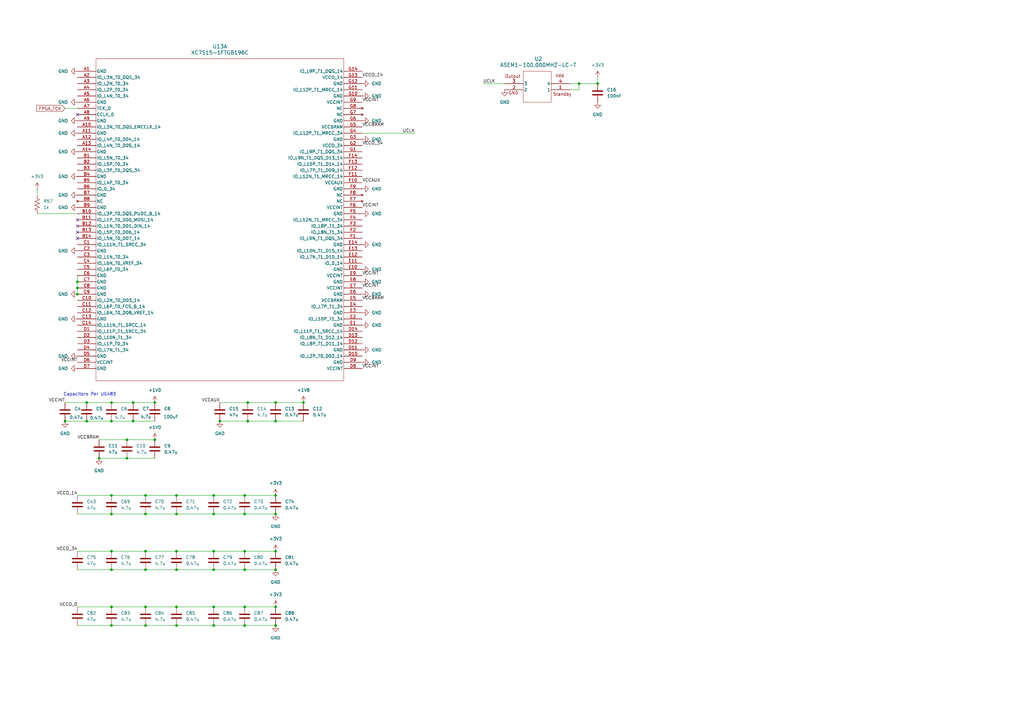
<source format=kicad_sch>
(kicad_sch (version 20250114) (generator "eeschema") (generator_version "9.0")
  (paper "A3")
  (lib_symbols
    (symbol "Device:C" (pin_numbers (hide yes)) (pin_names (offset 0.254))
      (property "Reference" "C" (at 0.635 2.54 0))
      (property "Value" "C" (at 0.635 -2.54 0))
      (symbol "C_0_1"
        (polyline (pts (xy -2.032 0.762) (xy 2.032 0.762)) (stroke (width 0.508)))
        (polyline (pts (xy -2.032 -0.762) (xy 2.032 -0.762)) (stroke (width 0.508)))
      )
      (symbol "C_1_1"
        (pin passive line (at 0 3.81 270) (length 2.794) (name "~") (number "1"))
        (pin passive line (at 0 -3.81 90) (length 2.794) (name "~") (number "2"))
      )
    )
    (symbol "Device:R_US" (pin_numbers (hide yes)) (pin_names (offset 0))
      (property "Reference" "R" (at 2.54 0 90))
      (property "Value" "R_US" (at -2.54 0 90))
      (symbol "R_US_0_1"
        (polyline (pts (xy 0 2.286) (xy 0 2.54)))
        (polyline (pts (xy 0 2.286) (xy 1.016 1.905) (xy 0 1.524) (xy -1.016 1.143) (xy 0 0.762)))
        (polyline (pts (xy 0 0.762) (xy 1.016 0.381) (xy 0 0) (xy -1.016 -0.381) (xy 0 -0.762)))
        (polyline (pts (xy 0 -0.762) (xy 1.016 -1.143) (xy 0 -1.524) (xy -1.016 -1.905) (xy 0 -2.286)))
        (polyline (pts (xy 0 -2.286) (xy 0 -2.54)))
      )
      (symbol "R_US_1_1"
        (pin passive line (at 0 3.81 270) (length 1.27) (name "~") (number "1"))
        (pin passive line (at 0 -3.81 90) (length 1.27) (name "~") (number "2"))
      )
    )
    (symbol "FPGA&MCU:ASEM1-100.000MHZ-LC-T" (pin_names (offset 0.254))
      (property "Reference" "U" (at 13.716 9.398 0))
      (property "Value" "ASEM1-100.000MHZ-LC-T" (at 13.716 6.858 0))
      (symbol "ASEM1-100.000MHZ-LC-T_0_1"
        (polyline (pts (xy 7.62 5.08) (xy 7.62 -7.62)) (stroke (width 0.127)))
        (polyline (pts (xy 7.62 -7.62) (xy 19.05 -7.62)) (stroke (width 0.127)))
        (polyline (pts (xy 19.05 5.08) (xy 7.62 5.08)) (stroke (width 0.127)))
        (polyline (pts (xy 19.05 -7.62) (xy 19.05 5.08)) (stroke (width 0.127)))
        (pin unspecified line (at 0 0 0) (length 7.62) (name "3") (number "3"))
        (pin unspecified line (at 0 -2.54 0) (length 7.62) (name "2") (number "2"))
        (pin unspecified line (at 26.67 0 180) (length 7.62) (name "4") (number "4"))
        (pin unspecified line (at 26.67 -2.54 180) (length 7.62) (name "1") (number "1"))
      )
      (symbol "ASEM1-100.000MHZ-LC-T_1_1"
        (text "Output" (at 3.302 3.048 0) (effects (font (size 1.27 1.27))))
        (text "GND\n" (at 3.556 -3.81 0) (effects (font (size 1.27 1.27))))
        (text "Vdd\n" (at 22.606 3.302 0) (effects (font (size 1.27 1.27))))
        (text "Standby\n" (at 23.622 -4.318 0) (effects (font (size 1.27 1.27))))
      )
    )
    (symbol "FPGA&MCU:XC7S15-1FTGB196C" (pin_names (offset 0.254))
      (property "Reference" "U" (at 58.42 10.16 0))
      (property "Value" "XC7S15-1FTGB196C" (at 58.42 7.62 0))
      (symbol "XC7S15-1FTGB196C_1_1"
        (polyline (pts (xy 7.62 5.08) (xy 7.62 -127)) (stroke (width 0.127)))
        (polyline (pts (xy 7.62 -127) (xy 109.22 -127)) (stroke (width 0.127)))
        (polyline (pts (xy 109.22 5.08) (xy 7.62 5.08)) (stroke (width 0.127)))
        (polyline (pts (xy 109.22 -127) (xy 109.22 5.08)) (stroke (width 0.127)))
        (pin power_out line (at 0 0 0) (length 7.62) (name "GND") (number "A1"))
        (pin bidirectional line (at 0 -2.54 0) (length 7.62) (name "IO_L3N_T0_DQS_34") (number "A2"))
        (pin bidirectional line (at 0 -5.08 0) (length 7.62) (name "IO_L2N_T0_34") (number "A3"))
        (pin bidirectional line (at 0 -7.62 0) (length 7.62) (name "IO_L2P_T0_34") (number "A4"))
        (pin bidirectional line (at 0 -10.16 0) (length 7.62) (name "IO_L4N_T0_34") (number "A5"))
        (pin power_out line (at 0 -12.7 0) (length 7.62) (name "GND") (number "A6"))
        (pin input line (at 0 -15.24 0) (length 7.62) (name "TCK_0") (number "A7"))
        (pin bidirectional line (at 0 -17.78 0) (length 7.62) (name "CCLK_0") (number "A8"))
        (pin power_out line (at 0 -20.32 0) (length 7.62) (name "GND") (number "A9"))
        (pin bidirectional line (at 0 -22.86 0) (length 7.62) (name "IO_L3N_T0_DQS_EMCCLK_14") (number "A10"))
        (pin power_out line (at 0 -25.4 0) (length 7.62) (name "GND") (number "A11"))
        (pin bidirectional line (at 0 -27.94 0) (length 7.62) (name "IO_L4P_T0_D04_14") (number "A12"))
        (pin bidirectional line (at 0 -30.48 0) (length 7.62) (name "IO_L4N_T0_D05_14") (number "A13"))
        (pin power_out line (at 0 -33.02 0) (length 7.62) (name "GND") (number "A14"))
        (pin bidirectional line (at 0 -35.56 0) (length 7.62) (name "IO_L5N_T0_34") (number "B1"))
        (pin bidirectional line (at 0 -38.1 0) (length 7.62) (name "IO_L5P_T0_34") (number "B2"))
        (pin bidirectional line (at 0 -40.64 0) (length 7.62) (name "IO_L3P_T0_DQS_34") (number "B3"))
        (pin power_out line (at 0 -43.18 0) (length 7.62) (name "GND") (number "B4"))
        (pin bidirectional line (at 0 -45.72 0) (length 7.62) (name "IO_L4P_T0_34") (number "B5"))
        (pin bidirectional line (at 0 -48.26 0) (length 7.62) (name "IO_0_34") (number "B6"))
        (pin power_out line (at 0 -50.8 0) (length 7.62) (name "GND") (number "B7"))
        (pin no_connect line (at 0 -53.34 0) (length 7.62) (name "NC") (number "B8"))
        (pin power_out line (at 0 -55.88 0) (length 7.62) (name "GND") (number "B9"))
        (pin bidirectional line (at 0 -58.42 0) (length 7.62) (name "IO_L3P_T0_DQS_PUDC_B_14") (number "B10"))
        (pin bidirectional line (at 0 -60.96 0) (length 7.62) (name "IO_L1P_T0_D00_MOSI_14") (number "B11"))
        (pin bidirectional line (at 0 -63.5 0) (length 7.62) (name "IO_L1N_T0_D01_DIN_14") (number "B12"))
        (pin bidirectional line (at 0 -66.04 0) (length 7.62) (name "IO_L5P_T0_D06_14") (number "B13"))
        (pin bidirectional line (at 0 -68.58 0) (length 7.62) (name "IO_L5N_T0_D07_14") (number "B14"))
        (pin bidirectional line (at 0 -71.12 0) (length 7.62) (name "IO_L11N_T1_SRCC_34") (number "C1"))
        (pin power_out line (at 0 -73.66 0) (length 7.62) (name "GND") (number "C2"))
        (pin bidirectional line (at 0 -76.2 0) (length 7.62) (name "IO_L1N_T0_34") (number "C3"))
        (pin bidirectional line (at 0 -78.74 0) (length 7.62) (name "IO_L6N_T0_VREF_34") (number "C4"))
        (pin bidirectional line (at 0 -81.28 0) (length 7.62) (name "IO_L6P_T0_34") (number "C5"))
        (pin power_out line (at 0 -83.82 0) (length 7.62) (name "GND") (number "C6"))
        (pin power_out line (at 0 -86.36 0) (length 7.62) (name "GND") (number "C7"))
        (pin power_out line (at 0 -88.9 0) (length 7.62) (name "GND") (number "C8"))
        (pin power_out line (at 0 -91.44 0) (length 7.62) (name "GND") (number "C9"))
        (pin bidirectional line (at 0 -93.98 0) (length 7.62) (name "IO_L2N_T0_D03_14") (number "C10"))
        (pin bidirectional line (at 0 -96.52 0) (length 7.62) (name "IO_L6P_T0_FCS_B_14") (number "C11"))
        (pin bidirectional line (at 0 -99.06 0) (length 7.62) (name "IO_L6N_T0_D08_VREF_14") (number "C12"))
        (pin power_out line (at 0 -101.6 0) (length 7.62) (name "GND") (number "C13"))
        (pin bidirectional line (at 0 -104.14 0) (length 7.62) (name "IO_L11N_T1_SRCC_14") (number "C14"))
        (pin bidirectional line (at 0 -106.68 0) (length 7.62) (name "IO_L11P_T1_SRCC_34") (number "D1"))
        (pin bidirectional line (at 0 -109.22 0) (length 7.62) (name "IO_L10N_T1_34") (number "D2"))
        (pin bidirectional line (at 0 -111.76 0) (length 7.62) (name "IO_L1P_T0_34") (number "D3"))
        (pin bidirectional line (at 0 -114.3 0) (length 7.62) (name "IO_L7N_T1_34") (number "D4"))
        (pin power_out line (at 0 -116.84 0) (length 7.62) (name "GND") (number "D5"))
        (pin power_in line (at 0 -119.38 0) (length 7.62) (name "VCCINT") (number "D6"))
        (pin power_out line (at 0 -121.92 0) (length 7.62) (name "GND") (number "D7"))
        (pin bidirectional line (at 116.84 0 180) (length 7.62) (name "IO_L9P_T1_DQS_14") (number "G14"))
        (pin power_in line (at 116.84 -2.54 180) (length 7.62) (name "VCCO_14") (number "G13"))
        (pin power_out line (at 116.84 -5.08 180) (length 7.62) (name "GND") (number "G12"))
        (pin bidirectional line (at 116.84 -7.62 180) (length 7.62) (name "IO_L12P_T1_MRCC_14") (number "G11"))
        (pin power_out line (at 116.84 -10.16 180) (length 7.62) (name "GND") (number "G10"))
        (pin power_in line (at 116.84 -12.7 180) (length 7.62) (name "VCCINT") (number "G9"))
        (pin no_connect line (at 116.84 -15.24 180) (length 7.62) (name "NC") (number "G8"))
        (pin no_connect line (at 116.84 -17.78 180) (length 7.62) (name "NC") (number "G7"))
        (pin power_out line (at 116.84 -20.32 180) (length 7.62) (name "GND") (number "G6"))
        (pin power_in line (at 116.84 -22.86 180) (length 7.62) (name "VCCBRAM") (number "G5"))
        (pin bidirectional line (at 116.84 -25.4 180) (length 7.62) (name "IO_L12P_T1_MRCC_34") (number "G4"))
        (pin power_out line (at 116.84 -27.94 180) (length 7.62) (name "GND") (number "G3"))
        (pin power_in line (at 116.84 -30.48 180) (length 7.62) (name "VCCO_34") (number "G2"))
        (pin bidirectional line (at 116.84 -33.02 180) (length 7.62) (name "IO_L9P_T1_DQS_34") (number "G1"))
        (pin bidirectional line (at 116.84 -35.56 180) (length 7.62) (name "IO_L9N_T1_DQS_D13_14") (number "F14"))
        (pin bidirectional line (at 116.84 -38.1 180) (length 7.62) (name "IO_L10P_T1_D14_14") (number "F13"))
        (pin bidirectional line (at 116.84 -40.64 180) (length 7.62) (name "IO_L7P_T1_D09_14") (number "F12"))
        (pin bidirectional line (at 116.84 -43.18 180) (length 7.62) (name "IO_L12N_T1_MRCC_14") (number "F11"))
        (pin power_in line (at 116.84 -45.72 180) (length 7.62) (name "VCCAUX") (number "F10"))
        (pin power_out line (at 116.84 -48.26 180) (length 7.62) (name "GND") (number "F9"))
        (pin no_connect line (at 116.84 -50.8 180) (length 7.62) (name "NC") (number "F8"))
        (pin no_connect line (at 116.84 -53.34 180) (length 7.62) (name "NC") (number "F7"))
        (pin power_in line (at 116.84 -55.88 180) (length 7.62) (name "VCCINT") (number "F6"))
        (pin power_out line (at 116.84 -58.42 180) (length 7.62) (name "GND") (number "F5"))
        (pin bidirectional line (at 116.84 -60.96 180) (length 7.62) (name "IO_L12N_T1_MRCC_34") (number "F4"))
        (pin bidirectional line (at 116.84 -63.5 180) (length 7.62) (name "IO_L8P_T1_34") (number "F3"))
        (pin bidirectional line (at 116.84 -66.04 180) (length 7.62) (name "IO_L8N_T1_34") (number "F2"))
        (pin bidirectional line (at 116.84 -68.58 180) (length 7.62) (name "IO_L9N_T1_DQS_34") (number "F1"))
        (pin power_out line (at 116.84 -71.12 180) (length 7.62) (name "GND") (number "E14"))
        (pin bidirectional line (at 116.84 -73.66 180) (length 7.62) (name "IO_L10N_T1_D15_14") (number "E13"))
        (pin bidirectional line (at 116.84 -76.2 180) (length 7.62) (name "IO_L7N_T1_D10_14") (number "E12"))
        (pin bidirectional line (at 116.84 -78.74 180) (length 7.62) (name "IO_0_14") (number "E11"))
        (pin power_out line (at 116.84 -81.28 180) (length 7.62) (name "GND") (number "E10"))
        (pin power_in line (at 116.84 -83.82 180) (length 7.62) (name "VCCINT") (number "E9"))
        (pin power_out line (at 116.84 -86.36 180) (length 7.62) (name "GND") (number "E8"))
        (pin power_in line (at 116.84 -88.9 180) (length 7.62) (name "VCCINT") (number "E7"))
        (pin power_out line (at 116.84 -91.44 180) (length 7.62) (name "GND") (number "E6"))
        (pin power_in line (at 116.84 -93.98 180) (length 7.62) (name "VCCBRAM") (number "E5"))
        (pin bidirectional line (at 116.84 -96.52 180) (length 7.62) (name "IO_L7P_T1_34") (number "E4"))
        (pin power_out line (at 116.84 -99.06 180) (length 7.62) (name "GND") (number "E3"))
        (pin bidirectional line (at 116.84 -101.6 180) (length 7.62) (name "IO_L10P_T1_34") (number "E2"))
        (pin power_out line (at 116.84 -104.14 180) (length 7.62) (name "GND") (number "E1"))
        (pin bidirectional line (at 116.84 -106.68 180) (length 7.62) (name "IO_L11P_T1_SRCC_14") (number "D14"))
        (pin bidirectional line (at 116.84 -109.22 180) (length 7.62) (name "IO_L8N_T1_D12_14") (number "D13"))
        (pin bidirectional line (at 116.84 -111.76 180) (length 7.62) (name "IO_L8P_T1_D11_14") (number "D12"))
        (pin power_out line (at 116.84 -114.3 180) (length 7.62) (name "GND") (number "D11"))
        (pin bidirectional line (at 116.84 -116.84 180) (length 7.62) (name "IO_L2P_T0_D02_14") (number "D10"))
        (pin power_out line (at 116.84 -119.38 180) (length 7.62) (name "GND") (number "D9"))
        (pin power_in line (at 116.84 -121.92 180) (length 7.62) (name "VCCINT") (number "D8"))
      )
      (symbol "XC7S15-1FTGB196C_2_1"
        (polyline (pts (xy 7.62 5.08) (xy 7.62 -127)) (stroke (width 0.127)))
        (polyline (pts (xy 7.62 -127) (xy 124.46 -127)) (stroke (width 0.127)))
        (polyline (pts (xy 124.46 5.08) (xy 7.62 5.08)) (stroke (width 0.127)))
        (polyline (pts (xy 124.46 -127) (xy 124.46 5.08)) (stroke (width 0.127)))
        (pin bidirectional line (at 0 0 0) (length 7.62) (name "IO_L14N_T2_SRCC_34") (number "H1"))
        (pin bidirectional line (at 0 -2.54 0) (length 7.62) (name "IO_L14P_T2_SRCC_34") (number "H2"))
        (pin bidirectional line (at 0 -5.08 0) (length 7.62) (name "IO_L13N_T2_MRCC_34") (number "H3"))
        (pin bidirectional line (at 0 -7.62 0) (length 7.62) (name "IO_L13P_T2_MRCC_34") (number "H4"))
        (pin power_out line (at 0 -10.16 0) (length 7.62) (name "GND") (number "H5"))
        (pin power_in line (at 0 -12.7 0) (length 7.62) (name "VCCINT") (number "H6"))
        (pin no_connect line (at 0 -15.24 0) (length 7.62) (name "NC") (number "H7"))
        (pin no_connect line (at 0 -17.78 0) (length 7.62) (name "NC") (number "H8"))
        (pin power_out line (at 0 -20.32 0) (length 7.62) (name "GND") (number "H9"))
        (pin power_in line (at 0 -22.86 0) (length 7.62) (name "VCCAUX") (number "H10"))
        (pin bidirectional line (at 0 -25.4 0) (length 7.62) (name "IO_L13P_T2_MRCC_14") (number "H11"))
        (pin bidirectional line (at 0 -27.94 0) (length 7.62) (name "IO_L13N_T2_MRCC_14") (number "H12"))
        (pin bidirectional line (at 0 -30.48 0) (length 7.62) (name "IO_L14P_T2_SRCC_14") (number "H13"))
        (pin bidirectional line (at 0 -33.02 0) (length 7.62) (name "IO_L14N_T2_SRCC_14") (number "H14"))
        (pin bidirectional line (at 0 -35.56 0) (length 7.62) (name "IO_L15N_T2_DQS_34") (number "J1"))
        (pin bidirectional line (at 0 -38.1 0) (length 7.62) (name "IO_L15P_T2_DQS_34") (number "J2"))
        (pin bidirectional line (at 0 -40.64 0) (length 7.62) (name "IO_L17N_T2_34") (number "J3"))
        (pin bidirectional line (at 0 -43.18 0) (length 7.62) (name "IO_L17P_T2_34") (number "J4"))
        (pin power_in line (at 0 -45.72 0) (length 7.62) (name "VCCBRAM") (number "J5"))
        (pin power_out line (at 0 -48.26 0) (length 7.62) (name "GND") (number "J6"))
        (pin unspecified line (at 0 -50.8 0) (length 7.62) (name "DXN_0") (number "J7"))
        (pin unspecified line (at 0 -53.34 0) (length 7.62) (name "DXP_0") (number "J8"))
        (pin power_in line (at 0 -55.88 0) (length 7.62) (name "VCCINT") (number "J9"))
        (pin power_out line (at 0 -58.42 0) (length 7.62) (name "GND") (number "J10"))
        (pin bidirectional line (at 0 -60.96 0) (length 7.62) (name "IO_L17P_T2_D30_14") (number "J11"))
        (pin bidirectional line (at 0 -63.5 0) (length 7.62) (name "IO_L17N_T2_D29_14") (number "J12"))
        (pin bidirectional line (at 0 -66.04 0) (length 7.62) (name "IO_L18P_T2_D28_14") (number "J13"))
        (pin bidirectional line (at 0 -68.58 0) (length 7.62) (name "IO_L18N_T2_D27_14") (number "J14"))
        (pin power_out line (at 0 -71.12 0) (length 7.62) (name "GND") (number "K1"))
        (pin power_in line (at 0 -73.66 0) (length 7.62) (name "VCCO_34") (number "K2"))
        (pin bidirectional line (at 0 -76.2 0) (length 7.62) (name "IO_L16N_T2_34") (number "K3"))
        (pin bidirectional line (at 0 -78.74 0) (length 7.62) (name "IO_L16P_T2_34") (number "K4"))
        (pin power_out line (at 0 -81.28 0) (length 7.62) (name "GND") (number "K5"))
        (pin power_in line (at 0 -83.82 0) (length 7.62) (name "VCCINT") (number "K6"))
        (pin power_out line (at 0 -86.36 0) (length 7.62) (name "GND") (number "K7"))
        (pin power_in line (at 0 -88.9 0) (length 7.62) (name "VCCINT") (number "K8"))
        (pin power_out line (at 0 -91.44 0) (length 7.62) (name "GND") (number "K9"))
        (pin power_in line (at 0 -93.98 0) (length 7.62) (name "VCCAUX") (number "K10"))
        (pin bidirectional line (at 0 -96.52 0) (length 7.62) (name "IO_L19P_T3_D26_14") (number "K11"))
        (pin bidirectional line (at 0 -99.06 0) (length 7.62) (name "IO_L19N_T3_D25_VREF_14") (number "K12"))
        (pin power_in line (at 0 -101.6 0) (length 7.62) (name "VCCO_14") (number "K13"))
        (pin power_out line (at 0 -104.14 0) (length 7.62) (name "GND") (number "K14"))
        (pin bidirectional line (at 0 -106.68 0) (length 7.62) (name "IO_L18N_T2_34") (number "L1"))
        (pin bidirectional line (at 0 -109.22 0) (length 7.62) (name "IO_L22N_T3_34") (number "L2"))
        (pin bidirectional line (at 0 -111.76 0) (length 7.62) (name "IO_L22P_T3_34") (number "L3"))
        (pin power_out line (at 0 -114.3 0) (length 7.62) (name "GND") (number "L4"))
        (pin bidirectional line (at 0 -116.84 0) (length 7.62) (name "IO_25_34") (number "L5"))
        (pin power_out line (at 0 -119.38 0) (length 7.62) (name "GND") (number "L6"))
        (pin input line (at 0 -121.92 0) (length 7.62) (name "PROGRAM_B_0") (number "L7"))
        (pin power_out line (at 132.08 0 180) (length 7.62) (name "GND") (number "P14"))
        (pin bidirectional line (at 132.08 -2.54 180) (length 7.62) (name "IO_L22N_T3_D20_14") (number "P13"))
        (pin bidirectional line (at 132.08 -5.08 180) (length 7.62) (name "IO_L22P_T3_D21_14") (number "P12"))
        (pin bidirectional line (at 132.08 -7.62 180) (length 7.62) (name "IO_L24N_T3_D16_14") (number "P11"))
        (pin bidirectional line (at 132.08 -10.16 180) (length 7.62) (name "IO_L24P_T3_D17_14") (number "P10"))
        (pin bidirectional line (at 132.08 -12.7 180) (length 7.62) (name "DONE_0") (number "P9"))
        (pin bidirectional line (at 132.08 -15.24 180) (length 7.62) (name "INIT_B_0") (number "P8"))
        (pin input line (at 132.08 -17.78 180) (length 7.62) (name "TDI_0") (number "P7"))
        (pin output line (at 132.08 -20.32 180) (length 7.62) (name "TDO_0") (number "P6"))
        (pin bidirectional line (at 132.08 -22.86 180) (length 7.62) (name "IO_L24P_T3_34") (number "P5"))
        (pin bidirectional line (at 132.08 -25.4 180) (length 7.62) (name "IO_L21P_T3_DQS_34") (number "P4"))
        (pin bidirectional line (at 132.08 -27.94 180) (length 7.62) (name "IO_L21N_T3_DQS_34") (number "P3"))
        (pin bidirectional line (at 132.08 -30.48 180) (length 7.62) (name "IO_L20P_T3_34") (number "P2"))
        (pin power_out line (at 132.08 -33.02 180) (length 7.62) (name "GND") (number "P1"))
        (pin bidirectional line (at 132.08 -35.56 180) (length 7.62) (name "IO_L21P_T3_DQS_14") (number "N14"))
        (pin power_in line (at 132.08 -38.1 180) (length 7.62) (name "VCCO_14") (number "N13"))
        (pin power_out line (at 132.08 -40.64 180) (length 7.62) (name "GND") (number "N12"))
        (pin bidirectional line (at 132.08 -43.18 180) (length 7.62) (name "IO_L23N_T3_D18_14") (number "N11"))
        (pin bidirectional line (at 132.08 -45.72 180) (length 7.62) (name "IO_L23P_T3_D19_14") (number "N10"))
        (pin power_out line (at 132.08 -48.26 180) (length 7.62) (name "GND") (number "N9"))
        (pin power_in line (at 132.08 -50.8 180) (length 7.62) (name "VCCO_0") (number "N8"))
        (pin input line (at 132.08 -53.34 180) (length 7.62) (name "CFGBVS_0") (number "N7"))
        (pin power_in line (at 132.08 -55.88 180) (length 7.62) (name "VCCO_0") (number "N6"))
        (pin power_out line (at 132.08 -58.42 180) (length 7.62) (name "GND") (number "N5"))
        (pin bidirectional line (at 132.08 -60.96 180) (length 7.62) (name "IO_L24N_T3_34") (number "N4"))
        (pin power_out line (at 132.08 -63.5 180) (length 7.62) (name "GND") (number "N3"))
        (pin power_in line (at 132.08 -66.04 180) (length 7.62) (name "VCCO_34") (number "N2"))
        (pin bidirectional line (at 132.08 -68.58 180) (length 7.62) (name "IO_L20N_T3_34") (number "N1"))
        (pin bidirectional line (at 132.08 -71.12 180) (length 7.62) (name "IO_L21N_T3_DQS_D22_14") (number "M14"))
        (pin bidirectional line (at 132.08 -73.66 180) (length 7.62) (name "IO_L15P_T2_DQS_RDWR_B_14") (number "M13"))
        (pin bidirectional line (at 132.08 -76.2 180) (length 7.62) (name "IO_L20N_T3_D23_14") (number "M12"))
        (pin bidirectional line (at 132.08 -78.74 180) (length 7.62) (name "IO_L20P_T3_D24_14") (number "M11"))
        (pin bidirectional line (at 132.08 -81.28 180) (length 7.62) (name "IO_25_14") (number "M10"))
        (pin input line (at 132.08 -83.82 180) (length 7.62) (name "M2_0") (number "M9"))
        (pin input line (at 132.08 -86.36 180) (length 7.62) (name "M1_0") (number "M8"))
        (pin input line (at 132.08 -88.9 180) (length 7.62) (name "M0_0") (number "M7"))
        (pin input line (at 132.08 -91.44 180) (length 7.62) (name "TMS_0") (number "M6"))
        (pin bidirectional line (at 132.08 -93.98 180) (length 7.62) (name "IO_L23P_T3_34") (number "M5"))
        (pin bidirectional line (at 132.08 -96.52 180) (length 7.62) (name "IO_L23N_T3_34") (number "M4"))
        (pin bidirectional line (at 132.08 -99.06 180) (length 7.62) (name "IO_L19P_T3_34") (number "M3"))
        (pin bidirectional line (at 132.08 -101.6 180) (length 7.62) (name "IO_L19N_T3_VREF_34") (number "M2"))
        (pin bidirectional line (at 132.08 -104.14 180) (length 7.62) (name "IO_L18P_T2_34") (number "M1"))
        (pin bidirectional line (at 132.08 -106.68 180) (length 7.62) (name "IO_L15N_T2_DQS_DOUT_CSO_B_14") (number "L14"))
        (pin bidirectional line (at 132.08 -109.22 180) (length 7.62) (name "IO_L16N_T2_D31_14") (number "L13"))
        (pin bidirectional line (at 132.08 -111.76 180) (length 7.62) (name "IO_L16P_T2_CSI_B_14") (number "L12"))
        (pin power_out line (at 132.08 -114.3 180) (length 7.62) (name "GND") (number "L11"))
        (pin power_out line (at 132.08 -116.84 180) (length 7.62) (name "GND") (number "L10"))
        (pin power_in line (at 132.08 -119.38 180) (length 7.62) (name "VCCAUX") (number "L9"))
        (pin power_out line (at 132.08 -121.92 180) (length 7.62) (name "GND") (number "L8"))
      )
    )
    (symbol "power:+1V0" (power) (pin_numbers (hide yes)) (pin_names (offset 0) (hide yes))
      (property "Value" "+1V0" (at 0 3.556 0))
      (symbol "+1V0_0_1"
        (polyline (pts (xy -0.762 1.27) (xy 0 2.54)))
        (polyline (pts (xy 0 2.54) (xy 0.762 1.27)))
        (polyline (pts (xy 0 0) (xy 0 2.54)))
      )
      (symbol "+1V0_1_1"
        (pin power_in line (at 0 0 90) (length 0) (name "~") (number "1"))
      )
    )
    (symbol "power:+1V8" (power) (pin_numbers (hide yes)) (pin_names (offset 0) (hide yes))
      (property "Value" "+1V8" (at 0 3.556 0))
      (symbol "+1V8_0_1"
        (polyline (pts (xy -0.762 1.27) (xy 0 2.54)))
        (polyline (pts (xy 0 2.54) (xy 0.762 1.27)))
        (polyline (pts (xy 0 0) (xy 0 2.54)))
      )
      (symbol "+1V8_1_1"
        (pin power_in line (at 0 0 90) (length 0) (name "~") (number "1"))
      )
    )
    (symbol "power:+3V3" (power) (pin_numbers (hide yes)) (pin_names (offset 0) (hide yes))
      (property "Value" "+3V3" (at 0 3.556 0))
      (symbol "+3V3_0_1"
        (polyline (pts (xy -0.762 1.27) (xy 0 2.54)))
        (polyline (pts (xy 0 2.54) (xy 0.762 1.27)))
        (polyline (pts (xy 0 0) (xy 0 2.54)))
      )
      (symbol "+3V3_1_1"
        (pin power_in line (at 0 0 90) (length 0) (name "~") (number "1"))
      )
    )
    (symbol "power:GND" (power) (pin_numbers (hide yes)) (pin_names (offset 0) (hide yes))
      (property "Value" "GND" (at 0 -3.81 0))
      (symbol "GND_0_1"
        (polyline (pts (xy 0 0) (xy 0 -1.27) (xy 1.27 -1.27) (xy 0 -2.54) (xy -1.27 -1.27) (xy 0 -1.27)))
      )
      (symbol "GND_1_1"
        (pin power_in line (at 0 0 270) (length 0) (name "~") (number "1"))
      )
    )
  )
  (text "Capacitors Per UG483\n" (at 36.83 161.798 0) (effects (font (size 1.27 1.27))))
  (junction (at 124.46 165.1))
  (junction (at 87.63 203.2))
  (junction (at 72.39 256.54))
  (junction (at 113.03 256.54))
  (junction (at 87.63 210.82))
  (junction (at 101.6 165.1))
  (junction (at 113.03 233.68))
  (junction (at 72.39 233.68))
  (junction (at 45.72 248.92))
  (junction (at 59.69 210.82))
  (junction (at 35.56 172.72))
  (junction (at 59.69 226.06))
  (junction (at 113.03 203.2))
  (junction (at 26.67 172.72))
  (junction (at 113.03 248.92))
  (junction (at 113.03 172.72))
  (junction (at 72.39 210.82))
  (junction (at 72.39 203.2))
  (junction (at 100.33 248.92))
  (junction (at 72.39 226.06))
  (junction (at 31.75 120.65))
  (junction (at 40.64 187.96))
  (junction (at 87.63 233.68))
  (junction (at 113.03 165.1))
  (junction (at 237.49 34.29))
  (junction (at 31.75 115.57))
  (junction (at 45.72 172.72))
  (junction (at 59.69 248.92))
  (junction (at 63.5 180.34))
  (junction (at 87.63 256.54))
  (junction (at 45.72 210.82))
  (junction (at 45.72 233.68))
  (junction (at 87.63 226.06))
  (junction (at 113.03 226.06))
  (junction (at 87.63 248.92))
  (junction (at 59.69 203.2))
  (junction (at 100.33 233.68))
  (junction (at 72.39 248.92))
  (junction (at 59.69 233.68))
  (junction (at 45.72 256.54))
  (junction (at 245.11 34.29))
  (junction (at 63.5 165.1))
  (junction (at 100.33 203.2))
  (junction (at 45.72 226.06))
  (junction (at 45.72 203.2))
  (junction (at 90.17 172.72))
  (junction (at 101.6 172.72))
  (junction (at 54.61 165.1))
  (junction (at 59.69 256.54))
  (junction (at 52.07 187.96))
  (junction (at 54.61 172.72))
  (junction (at 45.72 165.1))
  (junction (at 100.33 256.54))
  (junction (at 113.03 210.82))
  (junction (at 31.75 118.11))
  (junction (at 52.07 180.34))
  (junction (at 35.56 165.1))
  (junction (at 100.33 210.82))
  (junction (at 100.33 226.06))
  (no_connect (at 31.75 95.25))
  (no_connect (at 31.75 97.79))
  (no_connect (at 31.75 92.71))
  (no_connect (at 31.75 90.17))
  (no_connect (at 31.75 46.99))
  (wire (pts (xy 45.72 172.72) (xy 54.61 172.72)))
  (wire (pts (xy 233.68 36.83) (xy 237.49 36.83)))
  (wire (pts (xy 87.63 256.54) (xy 100.33 256.54)))
  (wire (pts (xy 72.39 203.2) (xy 87.63 203.2)))
  (wire (pts (xy 26.67 165.1) (xy 35.56 165.1)))
  (wire (pts (xy 45.72 226.06) (xy 59.69 226.06)))
  (wire (pts (xy 31.75 233.68) (xy 45.72 233.68)))
  (wire (pts (xy 72.39 226.06) (xy 87.63 226.06)))
  (wire (pts (xy 31.75 115.57) (xy 31.75 118.11)))
  (wire (pts (xy 52.07 180.34) (xy 40.64 180.34)))
  (wire (pts (xy 31.75 87.63) (xy 15.24 87.63)))
  (wire (pts (xy 113.03 165.1) (xy 101.6 165.1)))
  (wire (pts (xy 245.11 31.75) (xy 245.11 34.29)))
  (wire (pts (xy 26.67 172.72) (xy 35.56 172.72)))
  (wire (pts (xy 101.6 165.1) (xy 90.17 165.1)))
  (wire (pts (xy 52.07 187.96) (xy 63.5 187.96)))
  (wire (pts (xy 87.63 210.82) (xy 100.33 210.82)))
  (wire (pts (xy 237.49 34.29) (xy 245.11 34.29)))
  (wire (pts (xy 45.72 210.82) (xy 59.69 210.82)))
  (wire (pts (xy 54.61 172.72) (xy 63.5 172.72)))
  (wire (pts (xy 113.03 172.72) (xy 124.46 172.72)))
  (wire (pts (xy 72.39 248.92) (xy 87.63 248.92)))
  (wire (pts (xy 31.75 256.54) (xy 45.72 256.54)))
  (wire (pts (xy 87.63 248.92) (xy 100.33 248.92)))
  (wire (pts (xy 100.33 248.92) (xy 113.03 248.92)))
  (wire (pts (xy 237.49 34.29) (xy 233.68 34.29)))
  (wire (pts (xy 54.61 165.1) (xy 63.5 165.1)))
  (wire (pts (xy 100.33 256.54) (xy 113.03 256.54)))
  (wire (pts (xy 72.39 210.82) (xy 87.63 210.82)))
  (wire (pts (xy 100.33 203.2) (xy 113.03 203.2)))
  (wire (pts (xy 59.69 210.82) (xy 72.39 210.82)))
  (wire (pts (xy 40.64 187.96) (xy 52.07 187.96)))
  (wire (pts (xy 59.69 226.06) (xy 72.39 226.06)))
  (wire (pts (xy 59.69 256.54) (xy 72.39 256.54)))
  (wire (pts (xy 31.75 203.2) (xy 45.72 203.2)))
  (wire (pts (xy 59.69 233.68) (xy 72.39 233.68)))
  (wire (pts (xy 31.75 113.03) (xy 31.75 115.57)))
  (wire (pts (xy 26.67 44.45) (xy 31.75 44.45)))
  (wire (pts (xy 101.6 172.72) (xy 113.03 172.72)))
  (wire (pts (xy 100.33 233.68) (xy 113.03 233.68)))
  (wire (pts (xy 35.56 165.1) (xy 45.72 165.1)))
  (wire (pts (xy 87.63 203.2) (xy 100.33 203.2)))
  (wire (pts (xy 100.33 226.06) (xy 113.03 226.06)))
  (wire (pts (xy 45.72 256.54) (xy 59.69 256.54)))
  (wire (pts (xy 124.46 165.1) (xy 113.03 165.1)))
  (wire (pts (xy 87.63 233.68) (xy 100.33 233.68)))
  (wire (pts (xy 90.17 172.72) (xy 101.6 172.72)))
  (wire (pts (xy 148.59 54.61) (xy 170.18 54.61)))
  (wire (pts (xy 35.56 172.72) (xy 45.72 172.72)))
  (wire (pts (xy 87.63 226.06) (xy 100.33 226.06)))
  (wire (pts (xy 31.75 226.06) (xy 45.72 226.06)))
  (wire (pts (xy 31.75 248.92) (xy 45.72 248.92)))
  (wire (pts (xy 45.72 165.1) (xy 54.61 165.1)))
  (wire (pts (xy 72.39 233.68) (xy 87.63 233.68)))
  (wire (pts (xy 72.39 256.54) (xy 87.63 256.54)))
  (wire (pts (xy 15.24 77.47) (xy 15.24 80.01)))
  (wire (pts (xy 45.72 233.68) (xy 59.69 233.68)))
  (wire (pts (xy 31.75 210.82) (xy 45.72 210.82)))
  (wire (pts (xy 237.49 36.83) (xy 237.49 34.29)))
  (wire (pts (xy 59.69 203.2) (xy 72.39 203.2)))
  (wire (pts (xy 100.33 210.82) (xy 113.03 210.82)))
  (wire (pts (xy 45.72 248.92) (xy 59.69 248.92)))
  (wire (pts (xy 198.12 34.29) (xy 207.01 34.29)))
  (wire (pts (xy 59.69 248.92) (xy 72.39 248.92)))
  (wire (pts (xy 31.75 118.11) (xy 31.75 120.65)))
  (wire (pts (xy 45.72 203.2) (xy 59.69 203.2)))
  (wire (pts (xy 63.5 180.34) (xy 52.07 180.34)))
  (label "VCCINT" (at 26.67 165.1 180))
  (label "VCCAUX" (at 90.17 165.1 180))
  (label "VCCO_0" (at 31.75 248.92 180))
  (label "VCCO_34" (at 148.59 59.69 0))
  (label "UCLK" (at 170.18 54.61 180))
  (label "VCCINT" (at 148.59 41.91 0))
  (label "VCCO_34" (at 31.75 226.06 180))
  (label "VCCINT" (at 31.75 148.59 180))
  (label "VCCBRAM" (at 148.59 123.19 0))
  (label "VCCO_14" (at 31.75 203.2 180))
  (label "VCCINT" (at 148.59 118.11 0))
  (label "VCCBRAM" (at 148.59 52.07 0))
  (label "VCCBRAM" (at 40.64 180.34 180))
  (label "UCLK" (at 198.12 34.29 0))
  (label "VCCINT" (at 148.59 151.13 0))
  (label "VCCINT" (at 148.59 85.09 0))
  (label "VCCAUX" (at 148.59 74.93 0))
  (label "VCCINT" (at 148.59 113.03 0))
  (label "VCCO_14" (at 148.59 31.75 0))
  (global_label "FPGA_TCK" (shape input) (at 26.67 44.45 180) (property "Intersheetrefs" "${INTERSHEET_REFS}" (effects (hide yes))))
  (symbol (lib_id "Device:C") (at 87.63 229.87 0) (unit 1)
    (property "Reference" "C79" (at 91.44 228.5999 0) (effects (justify left)))
    (property "Value" "0.47u" (at 91.44 231.1399 0) (effects (justify left)))
    (property "Footprint" "Capacitor_SMD:C_0402_1005Metric" (effects (hide yes)))
    (property "Description" "Unpolarized capacitor" (effects (hide yes)))
  )
  (symbol (lib_id "Device:C") (at 101.6 168.91 0) (unit 1)
    (property "Reference" "C14" (at 105.41 167.6399 0) (effects (justify left)))
    (property "Value" "4.7u" (at 105.41 170.1799 0) (effects (justify left)))
    (property "Footprint" "Capacitor_SMD:C_0402_1005Metric" (effects (hide yes)))
    (property "Description" "Unpolarized capacitor" (effects (hide yes)))
  )
  (symbol (lib_id "power:GND") (at 31.75 130.81 270) (unit 1)
    (property "Reference" "#PWR031" (effects (hide yes)))
    (property "Value" "GND" (at 27.94 130.8099 90) (effects (justify right)))
    (property "Description" "Power symbol creates a global label with name \"GND\" , ground" (effects (hide yes)))
  )
  (symbol (lib_id "power:+3V3") (at 113.03 248.92 0) (unit 1)
    (property "Reference" "#PWR0143" (effects (hide yes)))
    (property "Value" "+3V3" (at 113.03 243.84 0))
    (property "Description" "Power symbol creates a global label with name \"+3V3\"" (effects (hide yes)))
  )
  (symbol (lib_id "Device:C") (at 63.5 184.15 0) (unit 1)
    (property "Reference" "C9" (at 67.31 182.8799 0) (effects (justify left)))
    (property "Value" "0.47u" (at 67.31 185.4199 0) (effects (justify left)))
    (property "Footprint" "Capacitor_SMD:C_0402_1005Metric" (effects (hide yes)))
    (property "Description" "Unpolarized capacitor" (effects (hide yes)))
  )
  (symbol (lib_id "Device:C") (at 45.72 252.73 0) (unit 1)
    (property "Reference" "C83" (at 49.53 251.4599 0) (effects (justify left)))
    (property "Value" "4.7u" (at 49.53 253.9999 0) (effects (justify left)))
    (property "Footprint" "Capacitor_SMD:C_0402_1005Metric" (effects (hide yes)))
    (property "Description" "Unpolarized capacitor" (effects (hide yes)))
  )
  (symbol (lib_id "power:GND") (at 113.03 256.54 0) (unit 1)
    (property "Reference" "#PWR0163" (effects (hide yes)))
    (property "Value" "GND" (at 113.03 261.62 0))
    (property "Description" "Power symbol creates a global label with name \"GND\" , ground" (effects (hide yes)))
  )
  (symbol (lib_id "power:GND") (at 113.03 210.82 0) (unit 1)
    (property "Reference" "#PWR069" (effects (hide yes)))
    (property "Value" "GND" (at 113.03 215.9 0))
    (property "Description" "Power symbol creates a global label with name \"GND\" , ground" (effects (hide yes)))
  )
  (symbol (lib_id "Device:C") (at 59.69 207.01 0) (unit 1)
    (property "Reference" "C70" (at 63.5 205.7399 0) (effects (justify left)))
    (property "Value" "4.7u" (at 63.5 208.2799 0) (effects (justify left)))
    (property "Footprint" "Capacitor_SMD:C_0402_1005Metric" (effects (hide yes)))
    (property "Description" "Unpolarized capacitor" (effects (hide yes)))
  )
  (symbol (lib_id "power:GND") (at 148.59 128.27 90) (unit 1)
    (property "Reference" "#PWR044" (effects (hide yes)))
    (property "Value" "GND" (at 152.4 128.2699 90) (effects (justify right)))
    (property "Description" "Power symbol creates a global label with name \"GND\" , ground" (effects (hide yes)))
  )
  (symbol (lib_id "power:GND") (at 207.01 36.83 0) (unit 1)
    (property "Reference" "#PWR091" (effects (hide yes)))
    (property "Value" "GND" (at 207.01 41.91 0))
    (property "Description" "Power symbol creates a global label with name \"GND\" , ground" (effects (hide yes)))
  )
  (symbol (lib_id "Device:C") (at 31.75 252.73 0) (unit 1)
    (property "Reference" "C82" (at 35.56 251.4599 0) (effects (justify left)))
    (property "Value" "47u" (at 35.56 253.9999 0) (effects (justify left)))
    (property "Footprint" "Capacitor_SMD:C_0201_0603Metric" (effects (hide yes)))
    (property "Description" "Unpolarized capacitor" (effects (hide yes)))
  )
  (symbol (lib_id "power:GND") (at 148.59 49.53 90) (unit 1)
    (property "Reference" "#PWR036" (effects (hide yes)))
    (property "Value" "GND" (at 152.4 49.5299 90) (effects (justify right)))
    (property "Description" "Power symbol creates a global label with name \"GND\" , ground" (effects (hide yes)))
  )
  (symbol (lib_id "power:GND") (at 31.75 41.91 270) (unit 1)
    (property "Reference" "#PWR023" (effects (hide yes)))
    (property "Value" "GND" (at 27.94 41.9099 90) (effects (justify right)))
    (property "Description" "Power symbol creates a global label with name \"GND\" , ground" (effects (hide yes)))
  )
  (symbol (lib_id "power:+3V3") (at 113.03 203.2 0) (unit 1)
    (property "Reference" "#PWR071" (effects (hide yes)))
    (property "Value" "+3V3" (at 113.03 198.12 0))
    (property "Description" "Power symbol creates a global label with name \"+3V3\"" (effects (hide yes)))
  )
  (symbol (lib_id "Device:C") (at 54.61 168.91 0) (unit 1)
    (property "Reference" "C7" (at 58.42 167.6399 0) (effects (justify left)))
    (property "Value" "4.7u" (at 57.658 170.942 0) (effects (justify left)))
    (property "Footprint" "Capacitor_SMD:C_0402_1005Metric" (effects (hide yes)))
    (property "Description" "Unpolarized capacitor" (effects (hide yes)))
  )
  (symbol (lib_id "Device:R_US") (at 15.24 83.82 0) (unit 1)
    (property "Reference" "R57" (at 17.78 82.5499 0) (effects (justify left)))
    (property "Value" "1k" (at 17.78 85.0899 0) (effects (justify left)))
    (property "Description" "Resistor, US symbol" (effects (hide yes)))
  )
  (symbol (lib_id "power:+1V8") (at 124.46 165.1 0) (unit 1)
    (property "Reference" "#PWR087" (effects (hide yes)))
    (property "Value" "+1V8" (at 124.46 160.02 0))
    (property "Description" "Power symbol creates a global label with name \"+1V8\"" (effects (hide yes)))
  )
  (symbol (lib_id "Device:C") (at 72.39 207.01 0) (unit 1)
    (property "Reference" "C71" (at 76.2 205.7399 0) (effects (justify left)))
    (property "Value" "0.47u" (at 76.2 208.2799 0) (effects (justify left)))
    (property "Footprint" "Capacitor_SMD:C_0402_1005Metric" (effects (hide yes)))
    (property "Description" "Unpolarized capacitor" (effects (hide yes)))
  )
  (symbol (lib_id "power:GND") (at 148.59 77.47 90) (unit 1)
    (property "Reference" "#PWR038" (effects (hide yes)))
    (property "Value" "GND" (at 152.4 77.4699 90) (effects (justify right)))
    (property "Description" "Power symbol creates a global label with name \"GND\" , ground" (effects (hide yes)))
  )
  (symbol (lib_id "Device:C") (at 100.33 207.01 0) (unit 1)
    (property "Reference" "C73" (at 104.14 205.7399 0) (effects (justify left)))
    (property "Value" "0.47u" (at 104.14 208.2799 0) (effects (justify left)))
    (property "Footprint" "Capacitor_SMD:C_0402_1005Metric" (effects (hide yes)))
    (property "Description" "Unpolarized capacitor" (effects (hide yes)))
  )
  (symbol (lib_id "power:GND") (at 148.59 34.29 90) (unit 1)
    (property "Reference" "#PWR034" (effects (hide yes)))
    (property "Value" "GND" (at 152.4 34.2899 90) (effects (justify right)))
    (property "Description" "Power symbol creates a global label with name \"GND\" , ground" (effects (hide yes)))
  )
  (symbol (lib_id "power:GND") (at 31.75 85.09 270) (unit 1)
    (property "Reference" "#PWR028" (effects (hide yes)))
    (property "Value" "GND" (at 27.94 85.0899 90) (effects (justify right)))
    (property "Description" "Power symbol creates a global label with name \"GND\" , ground" (effects (hide yes)))
  )
  (symbol (lib_id "power:GND") (at 148.59 120.65 90) (unit 1)
    (property "Reference" "#PWR043" (effects (hide yes)))
    (property "Value" "GND" (at 152.4 120.6499 90) (effects (justify right)))
    (property "Description" "Power symbol creates a global label with name \"GND\" , ground" (effects (hide yes)))
  )
  (symbol (lib_id "power:+3V3") (at 245.11 31.75 0) (unit 1)
    (property "Reference" "#PWR089" (effects (hide yes)))
    (property "Value" "+3V3" (at 245.11 26.67 0))
    (property "Description" "Power symbol creates a global label with name \"+3V3\"" (effects (hide yes)))
  )
  (symbol (lib_id "Device:C") (at 63.5 168.91 0) (unit 1)
    (property "Reference" "C8" (at 67.31 167.6399 0) (effects (justify left)))
    (property "Value" "100uF" (at 67.056 170.942 0) (effects (justify left)))
    (property "Footprint" "Capacitor_SMD:C_0805_2012Metric" (effects (hide yes)))
    (property "Description" "Unpolarized capacitor" (effects (hide yes)))
  )
  (symbol (lib_id "Device:C") (at 113.03 252.73 0) (unit 1)
    (property "Reference" "C88" (at 116.84 251.4599 0) (effects (justify left)))
    (property "Value" "0.47u" (at 116.84 253.9999 0) (effects (justify left)))
    (property "Footprint" "Capacitor_SMD:C_0402_1005Metric" (effects (hide yes)))
    (property "Description" "Unpolarized capacitor" (effects (hide yes)))
  )
  (symbol (lib_id "Device:C") (at 40.64 184.15 0) (unit 1)
    (property "Reference" "C11" (at 44.45 182.8799 0) (effects (justify left)))
    (property "Value" "47u" (at 44.45 185.4199 0) (effects (justify left)))
    (property "Footprint" "Capacitor_SMD:C_0201_0603Metric" (effects (hide yes)))
    (property "Description" "Unpolarized capacitor" (effects (hide yes)))
  )
  (symbol (lib_id "power:GND") (at 31.75 49.53 270) (unit 1)
    (property "Reference" "#PWR022" (effects (hide yes)))
    (property "Value" "GND" (at 27.94 49.5299 90) (effects (justify right)))
    (property "Description" "Power symbol creates a global label with name \"GND\" , ground" (effects (hide yes)))
  )
  (symbol (lib_id "Device:C") (at 90.17 168.91 0) (unit 1)
    (property "Reference" "C15" (at 93.98 167.6399 0) (effects (justify left)))
    (property "Value" "47u" (at 93.98 170.1799 0) (effects (justify left)))
    (property "Footprint" "Capacitor_SMD:C_0201_0603Metric" (effects (hide yes)))
    (property "Description" "Unpolarized capacitor" (effects (hide yes)))
  )
  (symbol (lib_id "power:GND") (at 148.59 39.37 90) (unit 1)
    (property "Reference" "#PWR035" (effects (hide yes)))
    (property "Value" "GND" (at 152.4 39.3699 90) (effects (justify right)))
    (property "Description" "Power symbol creates a global label with name \"GND\" , ground" (effects (hide yes)))
  )
  (symbol (lib_id "power:GND") (at 31.75 29.21 270) (unit 1)
    (property "Reference" "#PWR021" (effects (hide yes)))
    (property "Value" "GND" (at 27.94 29.2099 90) (effects (justify right)))
    (property "Description" "Power symbol creates a global label with name \"GND\" , ground" (effects (hide yes)))
  )
  (symbol (lib_id "power:GND") (at 31.75 54.61 270) (unit 1)
    (property "Reference" "#PWR024" (effects (hide yes)))
    (property "Value" "GND" (at 27.94 54.6099 90) (effects (justify right)))
    (property "Description" "Power symbol creates a global label with name \"GND\" , ground" (effects (hide yes)))
  )
  (symbol (lib_id "Device:C") (at 45.72 207.01 0) (unit 1)
    (property "Reference" "C69" (at 49.53 205.7399 0) (effects (justify left)))
    (property "Value" "4.7u" (at 49.53 208.2799 0) (effects (justify left)))
    (property "Footprint" "Capacitor_SMD:C_0402_1005Metric" (effects (hide yes)))
    (property "Description" "Unpolarized capacitor" (effects (hide yes)))
  )
  (symbol (lib_id "power:GND") (at 148.59 133.35 90) (unit 1)
    (property "Reference" "#PWR045" (effects (hide yes)))
    (property "Value" "GND" (at 152.4 133.3499 90) (effects (justify right)))
    (property "Description" "Power symbol creates a global label with name \"GND\" , ground" (effects (hide yes)))
  )
  (symbol (lib_id "Device:C") (at 45.72 168.91 0) (unit 1)
    (property "Reference" "C6" (at 49.53 167.6399 0) (effects (justify left)))
    (property "Value" "4.7u" (at 46.99 171.196 0) (effects (justify left)))
    (property "Footprint" "Capacitor_SMD:C_0402_1005Metric" (effects (hide yes)))
    (property "Description" "Unpolarized capacitor" (effects (hide yes)))
  )
  (symbol (lib_id "power:GND") (at 31.75 72.39 270) (unit 1)
    (property "Reference" "#PWR026" (effects (hide yes)))
    (property "Value" "GND" (at 27.94 72.3899 90) (effects (justify right)))
    (property "Description" "Power symbol creates a global label with name \"GND\" , ground" (effects (hide yes)))
  )
  (symbol (lib_id "Device:C") (at 31.75 229.87 0) (unit 1)
    (property "Reference" "C75" (at 35.56 228.5999 0) (effects (justify left)))
    (property "Value" "47u" (at 35.56 231.1399 0) (effects (justify left)))
    (property "Footprint" "Capacitor_SMD:C_0201_0603Metric" (effects (hide yes)))
    (property "Description" "Unpolarized capacitor" (effects (hide yes)))
  )
  (symbol (lib_id "Device:C") (at 87.63 207.01 0) (unit 1)
    (property "Reference" "C72" (at 91.44 205.7399 0) (effects (justify left)))
    (property "Value" "0.47u" (at 91.44 208.2799 0) (effects (justify left)))
    (property "Footprint" "Capacitor_SMD:C_0402_1005Metric" (effects (hide yes)))
    (property "Description" "Unpolarized capacitor" (effects (hide yes)))
  )
  (symbol (lib_id "power:GND") (at 31.75 80.01 270) (unit 1)
    (property "Reference" "#PWR027" (effects (hide yes)))
    (property "Value" "GND" (at 27.94 80.0099 90) (effects (justify right)))
    (property "Description" "Power symbol creates a global label with name \"GND\" , ground" (effects (hide yes)))
  )
  (symbol (lib_id "Device:C") (at 59.69 229.87 0) (unit 1)
    (property "Reference" "C77" (at 63.5 228.5999 0) (effects (justify left)))
    (property "Value" "4.7u" (at 63.5 231.1399 0) (effects (justify left)))
    (property "Footprint" "Capacitor_SMD:C_0402_1005Metric" (effects (hide yes)))
    (property "Description" "Unpolarized capacitor" (effects (hide yes)))
  )
  (symbol (lib_id "power:+1V0") (at 63.5 180.34 0) (unit 1)
    (property "Reference" "#PWR083" (effects (hide yes)))
    (property "Value" "+1V0" (at 63.5 175.26 0))
    (property "Description" "Power symbol creates a global label with name \"+1V0\"" (effects (hide yes)))
  )
  (symbol (lib_id "Device:C") (at 52.07 184.15 0) (unit 1)
    (property "Reference" "C10" (at 55.88 182.8799 0) (effects (justify left)))
    (property "Value" "4.7u" (at 55.88 185.4199 0) (effects (justify left)))
    (property "Footprint" "Capacitor_SMD:C_0402_1005Metric" (effects (hide yes)))
    (property "Description" "Unpolarized capacitor" (effects (hide yes)))
  )
  (symbol (lib_id "power:GND") (at 148.59 57.15 90) (unit 1)
    (property "Reference" "#PWR037" (effects (hide yes)))
    (property "Value" "GND" (at 152.4 57.1499 90) (effects (justify right)))
    (property "Description" "Power symbol creates a global label with name \"GND\" , ground" (effects (hide yes)))
  )
  (symbol (lib_id "power:GND") (at 148.59 115.57 90) (unit 1)
    (property "Reference" "#PWR042" (effects (hide yes)))
    (property "Value" "GND" (at 152.4 115.5699 90) (effects (justify right)))
    (property "Description" "Power symbol creates a global label with name \"GND\" , ground" (effects (hide yes)))
  )
  (symbol (lib_id "power:GND") (at 148.59 148.59 90) (unit 1)
    (property "Reference" "#PWR047" (effects (hide yes)))
    (property "Value" "GND" (at 152.4 148.5899 90) (effects (justify right)))
    (property "Description" "Power symbol creates a global label with name \"GND\" , ground" (effects (hide yes)))
  )
  (symbol (lib_id "Device:C") (at 45.72 229.87 0) (unit 1)
    (property "Reference" "C76" (at 49.53 228.5999 0) (effects (justify left)))
    (property "Value" "4.7u" (at 49.53 231.1399 0) (effects (justify left)))
    (property "Footprint" "Capacitor_SMD:C_0402_1005Metric" (effects (hide yes)))
    (property "Description" "Unpolarized capacitor" (effects (hide yes)))
  )
  (symbol (lib_id "FPGA&MCU:ASEM1-100.000MHZ-LC-T") (at 207.01 34.29 0) (unit 1)
    (property "Reference" "U2" (at 220.7895 24.13 0) (effects (font (size 1.524 1.524))))
    (property "Value" "ASEM1-100.000MHZ-LC-T" (at 220.7895 26.67 0) (effects (font (size 1.524 1.524))))
    (property "Footprint" "FPGA&MCU:CHIP_100.000MHZ-LC-T_ABR" (effects (hide yes)))
    (property "Datasheet" "ASEM1-100.000MHZ-LC-T" (effects (hide yes)))
  )
  (symbol (lib_id "Device:C") (at 87.63 252.73 0) (unit 1)
    (property "Reference" "C86" (at 91.44 251.4599 0) (effects (justify left)))
    (property "Value" "0.47u" (at 91.44 253.9999 0) (effects (justify left)))
    (property "Footprint" "Capacitor_SMD:C_0402_1005Metric" (effects (hide yes)))
    (property "Description" "Unpolarized capacitor" (effects (hide yes)))
  )
  (symbol (lib_id "Device:C") (at 113.03 168.91 0) (unit 1)
    (property "Reference" "C13" (at 116.84 167.6399 0) (effects (justify left)))
    (property "Value" "0.47u" (at 116.84 170.1799 0) (effects (justify left)))
    (property "Footprint" "Capacitor_SMD:C_0402_1005Metric" (effects (hide yes)))
    (property "Description" "Unpolarized capacitor" (effects (hide yes)))
  )
  (symbol (lib_id "Device:C") (at 31.75 207.01 0) (unit 1)
    (property "Reference" "C43" (at 35.56 205.7399 0) (effects (justify left)))
    (property "Value" "47u" (at 35.56 208.2799 0) (effects (justify left)))
    (property "Footprint" "Capacitor_SMD:C_0201_0603Metric" (effects (hide yes)))
    (property "Description" "Unpolarized capacitor" (effects (hide yes)))
  )
  (symbol (lib_id "power:GND") (at 113.03 233.68 0) (unit 1)
    (property "Reference" "#PWR075" (effects (hide yes)))
    (property "Value" "GND" (at 113.03 238.76 0))
    (property "Description" "Power symbol creates a global label with name \"GND\" , ground" (effects (hide yes)))
  )
  (symbol (lib_id "power:GND") (at 40.64 187.96 0) (unit 1)
    (property "Reference" "#PWR084" (effects (hide yes)))
    (property "Value" "GND" (at 40.64 193.04 0))
    (property "Description" "Power symbol creates a global label with name \"GND\" , ground" (effects (hide yes)))
  )
  (symbol (lib_id "Device:C") (at 72.39 252.73 0) (unit 1)
    (property "Reference" "C85" (at 76.2 251.4599 0) (effects (justify left)))
    (property "Value" "0.47u" (at 76.2 253.9999 0) (effects (justify left)))
    (property "Footprint" "Capacitor_SMD:C_0402_1005Metric" (effects (hide yes)))
    (property "Description" "Unpolarized capacitor" (effects (hide yes)))
  )
  (symbol (lib_id "power:+1V0") (at 63.5 165.1 0) (unit 1)
    (property "Reference" "#PWR081" (effects (hide yes)))
    (property "Value" "+1V0" (at 63.5 160.02 0))
    (property "Description" "Power symbol creates a global label with name \"+1V0\"" (effects (hide yes)))
  )
  (symbol (lib_id "Device:C") (at 26.67 168.91 0) (unit 1)
    (property "Reference" "C4" (at 30.48 167.6399 0) (effects (justify left)))
    (property "Value" "0.47u" (at 28.448 171.196 0) (effects (justify left)))
    (property "Footprint" "Capacitor_SMD:C_0402_1005Metric" (effects (hide yes)))
    (property "Description" "Unpolarized capacitor" (effects (hide yes)))
  )
  (symbol (lib_id "Device:C") (at 59.69 252.73 0) (unit 1)
    (property "Reference" "C84" (at 63.5 251.4599 0) (effects (justify left)))
    (property "Value" "4.7u" (at 63.5 253.9999 0) (effects (justify left)))
    (property "Footprint" "Capacitor_SMD:C_0402_1005Metric" (effects (hide yes)))
    (property "Description" "Unpolarized capacitor" (effects (hide yes)))
  )
  (symbol (lib_id "power:GND") (at 31.75 151.13 270) (unit 1)
    (property "Reference" "#PWR033" (effects (hide yes)))
    (property "Value" "GND" (at 27.94 151.1299 90) (effects (justify right)))
    (property "Description" "Power symbol creates a global label with name \"GND\" , ground" (effects (hide yes)))
  )
  (symbol (lib_id "Device:C") (at 35.56 168.91 0) (unit 1)
    (property "Reference" "C5" (at 39.37 167.6399 0) (effects (justify left)))
    (property "Value" "0.47u" (at 36.83 171.45 0) (effects (justify left)))
    (property "Footprint" "Capacitor_SMD:C_0402_1005Metric" (effects (hide yes)))
    (property "Description" "Unpolarized capacitor" (effects (hide yes)))
  )
  (symbol (lib_id "power:GND") (at 31.75 62.23 270) (unit 1)
    (property "Reference" "#PWR025" (effects (hide yes)))
    (property "Value" "GND" (at 27.94 62.2299 90) (effects (justify right)))
    (property "Description" "Power symbol creates a global label with name \"GND\" , ground" (effects (hide yes)))
  )
  (symbol (lib_id "power:GND") (at 31.75 102.87 270) (unit 1)
    (property "Reference" "#PWR029" (effects (hide yes)))
    (property "Value" "GND" (at 27.94 102.8699 90) (effects (justify right)))
    (property "Description" "Power symbol creates a global label with name \"GND\" , ground" (effects (hide yes)))
  )
  (symbol (lib_id "power:GND") (at 26.67 172.72 0) (unit 1)
    (property "Reference" "#PWR082" (effects (hide yes)))
    (property "Value" "GND" (at 26.67 177.8 0))
    (property "Description" "Power symbol creates a global label with name \"GND\" , ground" (effects (hide yes)))
  )
  (symbol (lib_id "Device:C") (at 72.39 229.87 0) (unit 1)
    (property "Reference" "C78" (at 76.2 228.5999 0) (effects (justify left)))
    (property "Value" "0.47u" (at 76.2 231.1399 0) (effects (justify left)))
    (property "Footprint" "Capacitor_SMD:C_0402_1005Metric" (effects (hide yes)))
    (property "Description" "Unpolarized capacitor" (effects (hide yes)))
  )
  (symbol (lib_id "power:GND") (at 148.59 143.51 90) (unit 1)
    (property "Reference" "#PWR046" (effects (hide yes)))
    (property "Value" "GND" (at 152.4 143.5099 90) (effects (justify right)))
    (property "Description" "Power symbol creates a global label with name \"GND\" , ground" (effects (hide yes)))
  )
  (symbol (lib_id "FPGA&MCU:XC7S15-1FTGB196C") (at 31.75 29.21 0) (unit 1)
    (property "Reference" "U13" (at 90.17 19.05 0) (effects (font (size 1.524 1.524))))
    (property "Value" "XC7S15-1FTGB196C" (at 90.17 21.59 0) (effects (font (size 1.524 1.524))))
    (property "Footprint" "FPGA&MCU:XC7S15_FTGB196_AMD" (effects (hide yes)))
    (property "Datasheet" "XC7S15-1FTGB196C" (effects (hide yes)))
  )
  (symbol (lib_id "power:GND") (at 148.59 100.33 90) (unit 1)
    (property "Reference" "#PWR040" (effects (hide yes)))
    (property "Value" "GND" (at 152.4 100.3299 90) (effects (justify right)))
    (property "Description" "Power symbol creates a global label with name \"GND\" , ground" (effects (hide yes)))
  )
  (symbol (lib_id "Device:C") (at 100.33 252.73 0) (unit 1)
    (property "Reference" "C87" (at 104.14 251.4599 0) (effects (justify left)))
    (property "Value" "0.47u" (at 104.14 253.9999 0) (effects (justify left)))
    (property "Footprint" "Capacitor_SMD:C_0402_1005Metric" (effects (hide yes)))
    (property "Description" "Unpolarized capacitor" (effects (hide yes)))
  )
  (symbol (lib_id "Device:C") (at 113.03 207.01 0) (unit 1)
    (property "Reference" "C74" (at 116.84 205.7399 0) (effects (justify left)))
    (property "Value" "0.47u" (at 116.84 208.2799 0) (effects (justify left)))
    (property "Footprint" "Capacitor_SMD:C_0402_1005Metric" (effects (hide yes)))
    (property "Description" "Unpolarized capacitor" (effects (hide yes)))
  )
  (symbol (lib_id "Device:C") (at 245.11 38.1 0) (unit 1)
    (property "Reference" "C16" (at 248.92 36.8299 0) (effects (justify left)))
    (property "Value" "100nF" (at 248.92 39.3699 0) (effects (justify left)))
    (property "Description" "Unpolarized capacitor" (effects (hide yes)))
  )
  (symbol (lib_id "power:GND") (at 31.75 146.05 270) (unit 1)
    (property "Reference" "#PWR032" (effects (hide yes)))
    (property "Value" "GND" (at 27.94 146.0499 90) (effects (justify right)))
    (property "Description" "Power symbol creates a global label with name \"GND\" , ground" (effects (hide yes)))
  )
  (symbol (lib_id "power:GND") (at 148.59 110.49 90) (unit 1)
    (property "Reference" "#PWR041" (effects (hide yes)))
    (property "Value" "GND" (at 152.4 110.4899 90) (effects (justify right)))
    (property "Description" "Power symbol creates a global label with name \"GND\" , ground" (effects (hide yes)))
  )
  (symbol (lib_id "power:GND") (at 90.17 172.72 0) (unit 1)
    (property "Reference" "#PWR088" (effects (hide yes)))
    (property "Value" "GND" (at 90.17 177.8 0))
    (property "Description" "Power symbol creates a global label with name \"GND\" , ground" (effects (hide yes)))
  )
  (symbol (lib_id "power:GND") (at 245.11 41.91 0) (unit 1)
    (property "Reference" "#PWR090" (effects (hide yes)))
    (property "Value" "GND" (at 245.11 46.99 0))
    (property "Description" "Power symbol creates a global label with name \"GND\" , ground" (effects (hide yes)))
  )
  (symbol (lib_id "Device:C") (at 100.33 229.87 0) (unit 1)
    (property "Reference" "C80" (at 104.14 228.5999 0) (effects (justify left)))
    (property "Value" "0.47u" (at 104.14 231.1399 0) (effects (justify left)))
    (property "Footprint" "Capacitor_SMD:C_0402_1005Metric" (effects (hide yes)))
    (property "Description" "Unpolarized capacitor" (effects (hide yes)))
  )
  (symbol (lib_id "Device:C") (at 124.46 168.91 0) (unit 1)
    (property "Reference" "C12" (at 128.27 167.6399 0) (effects (justify left)))
    (property "Value" "0.47u" (at 128.27 170.1799 0) (effects (justify left)))
    (property "Footprint" "Capacitor_SMD:C_0402_1005Metric" (effects (hide yes)))
    (property "Description" "Unpolarized capacitor" (effects (hide yes)))
  )
  (symbol (lib_id "Device:C") (at 113.03 229.87 0) (unit 1)
    (property "Reference" "C81" (at 116.84 228.5999 0) (effects (justify left)))
    (property "Value" "0.47u" (at 116.84 231.1399 0) (effects (justify left)))
    (property "Footprint" "Capacitor_SMD:C_0402_1005Metric" (effects (hide yes)))
    (property "Description" "Unpolarized capacitor" (effects (hide yes)))
  )
  (symbol (lib_id "power:GND") (at 148.59 87.63 90) (unit 1)
    (property "Reference" "#PWR039" (effects (hide yes)))
    (property "Value" "GND" (at 152.4 87.6299 90) (effects (justify right)))
    (property "Description" "Power symbol creates a global label with name \"GND\" , ground" (effects (hide yes)))
  )
  (symbol (lib_id "power:+3V3") (at 113.03 226.06 0) (unit 1)
    (property "Reference" "#PWR074" (effects (hide yes)))
    (property "Value" "+3V3" (at 113.03 220.98 0))
    (property "Description" "Power symbol creates a global label with name \"+3V3\"" (effects (hide yes)))
  )
  (symbol (lib_id "power:GND") (at 31.75 120.65 270) (unit 1)
    (property "Reference" "#PWR030" (effects (hide yes)))
    (property "Value" "GND" (at 27.94 120.6499 90) (effects (justify right)))
    (property "Description" "Power symbol creates a global label with name \"GND\" , ground" (effects (hide yes)))
  )
  (symbol (lib_id "power:+3V3") (at 15.24 77.47 0) (unit 1)
    (property "Reference" "#PWR099" (effects (hide yes)))
    (property "Value" "+3V3" (at 15.24 72.39 0))
    (property "Description" "Power symbol creates a global label with name \"+3V3\"" (effects (hide yes)))
  )
)
</source>
